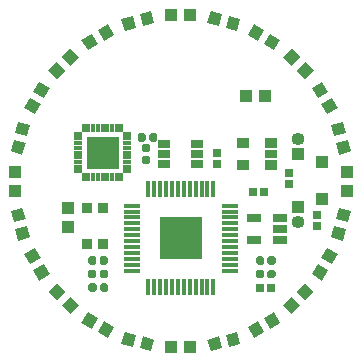
<source format=gbr>
%TF.GenerationSoftware,KiCad,Pcbnew,(5.1.6)-1*%
%TF.CreationDate,2023-04-02T22:45:57-07:00*%
%TF.ProjectId,Watch,57617463-682e-46b6-9963-61645f706362,rev?*%
%TF.SameCoordinates,Original*%
%TF.FileFunction,Soldermask,Top*%
%TF.FilePolarity,Negative*%
%FSLAX46Y46*%
G04 Gerber Fmt 4.6, Leading zero omitted, Abs format (unit mm)*
G04 Created by KiCad (PCBNEW (5.1.6)-1) date 2023-04-02 22:45:57*
%MOMM*%
%LPD*%
G01*
G04 APERTURE LIST*
%ADD10C,0.100000*%
%ADD11R,3.605200X3.605200*%
%ADD12R,0.379400X1.446200*%
%ADD13R,1.446200X0.379400*%
%ADD14R,0.990000X0.650000*%
%ADD15R,1.000000X1.050000*%
%ADD16R,1.050000X1.000000*%
%ADD17R,2.750000X2.750000*%
%ADD18R,0.650000X0.300000*%
%ADD19R,0.300000X0.650000*%
%ADD20R,0.900000X0.900000*%
%ADD21R,1.100000X0.900000*%
%ADD22R,1.100000X0.700000*%
%ADD23R,0.700000X0.720000*%
%ADD24R,0.720000X0.700000*%
%ADD25R,1.100000X1.100000*%
%ADD26O,1.100000X1.100000*%
%ADD27R,1.160000X0.750000*%
G04 APERTURE END LIST*
D10*
%TO.C,LED211*%
G36*
X149895430Y-102278281D02*
G01*
X149623670Y-101264058D01*
X150589596Y-101005239D01*
X150861356Y-102019462D01*
X149895430Y-102278281D01*
G37*
G36*
X148349948Y-102692391D02*
G01*
X148078188Y-101678168D01*
X149044114Y-101419349D01*
X149315874Y-102433572D01*
X148349948Y-102692391D01*
G37*
%TD*%
D11*
%TO.C,U101*%
X145830000Y-93091000D03*
D12*
X143080000Y-88912700D03*
X143579999Y-88912700D03*
X144080001Y-88912700D03*
X144580000Y-88912700D03*
X145079999Y-88912700D03*
X145580000Y-88912700D03*
X146080000Y-88912700D03*
X146580001Y-88912700D03*
X147080000Y-88912700D03*
X147579999Y-88912700D03*
X148080001Y-88912700D03*
X148580000Y-88912700D03*
D13*
X150008300Y-90341000D03*
X150008300Y-90840999D03*
X150008300Y-91341001D03*
X150008300Y-91841000D03*
X150008300Y-92340999D03*
X150008300Y-92841000D03*
X150008300Y-93341000D03*
X150008300Y-93841001D03*
X150008300Y-94341000D03*
X150008300Y-94840999D03*
X150008300Y-95341001D03*
X150008300Y-95841000D03*
D12*
X148580000Y-97269300D03*
X148080001Y-97269300D03*
X147579999Y-97269300D03*
X147080000Y-97269300D03*
X146580001Y-97269300D03*
X146080000Y-97269300D03*
X145580000Y-97269300D03*
X145079999Y-97269300D03*
X144580000Y-97269300D03*
X144080001Y-97269300D03*
X143579999Y-97269300D03*
X143080000Y-97269300D03*
D13*
X141651700Y-95841000D03*
X141651700Y-95341001D03*
X141651700Y-94840999D03*
X141651700Y-94341000D03*
X141651700Y-93841001D03*
X141651700Y-93341000D03*
X141651700Y-92841000D03*
X141651700Y-92340999D03*
X141651700Y-91841000D03*
X141651700Y-91341001D03*
X141651700Y-90840999D03*
X141651700Y-90341000D03*
%TD*%
D10*
%TO.C,LED223*%
G36*
X141764570Y-74251719D02*
G01*
X142036330Y-75265942D01*
X141070404Y-75524761D01*
X140798644Y-74510538D01*
X141764570Y-74251719D01*
G37*
G36*
X143310052Y-73837609D02*
G01*
X143581812Y-74851832D01*
X142615886Y-75110651D01*
X142344126Y-74096428D01*
X143310052Y-73837609D01*
G37*
%TD*%
D14*
%TO.C,LED225*%
X147225000Y-86829000D03*
X144435000Y-86829000D03*
X147225000Y-85979000D03*
X144435000Y-85979000D03*
X147225000Y-85129000D03*
X144435000Y-85129000D03*
%TD*%
D15*
%TO.C,LED224*%
X145030000Y-74202000D03*
X146630000Y-74202000D03*
%TD*%
D10*
%TO.C,LED222*%
G36*
X138276193Y-75781422D02*
G01*
X138801193Y-76690748D01*
X137935167Y-77190748D01*
X137410167Y-76281422D01*
X138276193Y-75781422D01*
G37*
G36*
X139661833Y-74981422D02*
G01*
X140186833Y-75890748D01*
X139320807Y-76390748D01*
X138795807Y-75481422D01*
X139661833Y-74981422D01*
G37*
%TD*%
%TO.C,LED221*%
G36*
X135302594Y-78161858D02*
G01*
X136045056Y-78904320D01*
X135337950Y-79611426D01*
X134595488Y-78868964D01*
X135302594Y-78161858D01*
G37*
G36*
X136433964Y-77030488D02*
G01*
X137176426Y-77772950D01*
X136469320Y-78480056D01*
X135726858Y-77737594D01*
X136433964Y-77030488D01*
G37*
%TD*%
%TO.C,LED220*%
G36*
X133046422Y-81230807D02*
G01*
X133955748Y-81755807D01*
X133455748Y-82621833D01*
X132546422Y-82096833D01*
X133046422Y-81230807D01*
G37*
G36*
X133846422Y-79845167D02*
G01*
X134755748Y-80370167D01*
X134255748Y-81236193D01*
X133346422Y-80711193D01*
X133846422Y-79845167D01*
G37*
%TD*%
%TO.C,LED219*%
G36*
X131661428Y-84779126D02*
G01*
X132675651Y-85050886D01*
X132416832Y-86016812D01*
X131402609Y-85745052D01*
X131661428Y-84779126D01*
G37*
G36*
X132075538Y-83233644D02*
G01*
X133089761Y-83505404D01*
X132830942Y-84471330D01*
X131816719Y-84199570D01*
X132075538Y-83233644D01*
G37*
%TD*%
D16*
%TO.C,LED218*%
X131767000Y-89065000D03*
X131767000Y-87465000D03*
%TD*%
D10*
%TO.C,LED217*%
G36*
X131816719Y-92330430D02*
G01*
X132830942Y-92058670D01*
X133089761Y-93024596D01*
X132075538Y-93296356D01*
X131816719Y-92330430D01*
G37*
G36*
X131402609Y-90784948D02*
G01*
X132416832Y-90513188D01*
X132675651Y-91479114D01*
X131661428Y-91750874D01*
X131402609Y-90784948D01*
G37*
%TD*%
%TO.C,LED216*%
G36*
X133346422Y-95818807D02*
G01*
X134255748Y-95293807D01*
X134755748Y-96159833D01*
X133846422Y-96684833D01*
X133346422Y-95818807D01*
G37*
G36*
X132546422Y-94433167D02*
G01*
X133455748Y-93908167D01*
X133955748Y-94774193D01*
X133046422Y-95299193D01*
X132546422Y-94433167D01*
G37*
%TD*%
%TO.C,LED215*%
G36*
X135726858Y-98792406D02*
G01*
X136469320Y-98049944D01*
X137176426Y-98757050D01*
X136433964Y-99499512D01*
X135726858Y-98792406D01*
G37*
G36*
X134595488Y-97661036D02*
G01*
X135337950Y-96918574D01*
X136045056Y-97625680D01*
X135302594Y-98368142D01*
X134595488Y-97661036D01*
G37*
%TD*%
%TO.C,LED214*%
G36*
X138795807Y-101048578D02*
G01*
X139320807Y-100139252D01*
X140186833Y-100639252D01*
X139661833Y-101548578D01*
X138795807Y-101048578D01*
G37*
G36*
X137410167Y-100248578D02*
G01*
X137935167Y-99339252D01*
X138801193Y-99839252D01*
X138276193Y-100748578D01*
X137410167Y-100248578D01*
G37*
%TD*%
%TO.C,LED213*%
G36*
X142344126Y-102433572D02*
G01*
X142615886Y-101419349D01*
X143581812Y-101678168D01*
X143310052Y-102692391D01*
X142344126Y-102433572D01*
G37*
G36*
X140798644Y-102019462D02*
G01*
X141070404Y-101005239D01*
X142036330Y-101264058D01*
X141764570Y-102278281D01*
X140798644Y-102019462D01*
G37*
%TD*%
D15*
%TO.C,LED212*%
X146630000Y-102328000D03*
X145030000Y-102328000D03*
%TD*%
D10*
%TO.C,LED210*%
G36*
X153383807Y-100748578D02*
G01*
X152858807Y-99839252D01*
X153724833Y-99339252D01*
X154249833Y-100248578D01*
X153383807Y-100748578D01*
G37*
G36*
X151998167Y-101548578D02*
G01*
X151473167Y-100639252D01*
X152339193Y-100139252D01*
X152864193Y-101048578D01*
X151998167Y-101548578D01*
G37*
%TD*%
%TO.C,LED209*%
G36*
X156357406Y-98368142D02*
G01*
X155614944Y-97625680D01*
X156322050Y-96918574D01*
X157064512Y-97661036D01*
X156357406Y-98368142D01*
G37*
G36*
X155226036Y-99499512D02*
G01*
X154483574Y-98757050D01*
X155190680Y-98049944D01*
X155933142Y-98792406D01*
X155226036Y-99499512D01*
G37*
%TD*%
%TO.C,LED208*%
G36*
X158613578Y-95299193D02*
G01*
X157704252Y-94774193D01*
X158204252Y-93908167D01*
X159113578Y-94433167D01*
X158613578Y-95299193D01*
G37*
G36*
X157813578Y-96684833D02*
G01*
X156904252Y-96159833D01*
X157404252Y-95293807D01*
X158313578Y-95818807D01*
X157813578Y-96684833D01*
G37*
%TD*%
%TO.C,LED207*%
G36*
X159998572Y-91750874D02*
G01*
X158984349Y-91479114D01*
X159243168Y-90513188D01*
X160257391Y-90784948D01*
X159998572Y-91750874D01*
G37*
G36*
X159584462Y-93296356D02*
G01*
X158570239Y-93024596D01*
X158829058Y-92058670D01*
X159843281Y-92330430D01*
X159584462Y-93296356D01*
G37*
%TD*%
D16*
%TO.C,LED206*%
X159893000Y-87465000D03*
X159893000Y-89065000D03*
%TD*%
D10*
%TO.C,LED205*%
G36*
X159843281Y-84199570D02*
G01*
X158829058Y-84471330D01*
X158570239Y-83505404D01*
X159584462Y-83233644D01*
X159843281Y-84199570D01*
G37*
G36*
X160257391Y-85745052D02*
G01*
X159243168Y-86016812D01*
X158984349Y-85050886D01*
X159998572Y-84779126D01*
X160257391Y-85745052D01*
G37*
%TD*%
%TO.C,LED204*%
G36*
X158313578Y-80711193D02*
G01*
X157404252Y-81236193D01*
X156904252Y-80370167D01*
X157813578Y-79845167D01*
X158313578Y-80711193D01*
G37*
G36*
X159113578Y-82096833D02*
G01*
X158204252Y-82621833D01*
X157704252Y-81755807D01*
X158613578Y-81230807D01*
X159113578Y-82096833D01*
G37*
%TD*%
%TO.C,LED203*%
G36*
X155933142Y-77737594D02*
G01*
X155190680Y-78480056D01*
X154483574Y-77772950D01*
X155226036Y-77030488D01*
X155933142Y-77737594D01*
G37*
G36*
X157064512Y-78868964D02*
G01*
X156322050Y-79611426D01*
X155614944Y-78904320D01*
X156357406Y-78161858D01*
X157064512Y-78868964D01*
G37*
%TD*%
%TO.C,LED202*%
G36*
X152864193Y-75481422D02*
G01*
X152339193Y-76390748D01*
X151473167Y-75890748D01*
X151998167Y-74981422D01*
X152864193Y-75481422D01*
G37*
G36*
X154249833Y-76281422D02*
G01*
X153724833Y-77190748D01*
X152858807Y-76690748D01*
X153383807Y-75781422D01*
X154249833Y-76281422D01*
G37*
%TD*%
%TO.C,LED201*%
G36*
X149315874Y-74096428D02*
G01*
X149044114Y-75110651D01*
X148078188Y-74851832D01*
X148349948Y-73837609D01*
X149315874Y-74096428D01*
G37*
G36*
X150861356Y-74510538D02*
G01*
X150589596Y-75524761D01*
X149623670Y-75265942D01*
X149895430Y-74251719D01*
X150861356Y-74510538D01*
G37*
%TD*%
D16*
%TO.C,LED102*%
X136271000Y-90513000D03*
X136271000Y-92113000D03*
%TD*%
D15*
%TO.C,LED101*%
X152908000Y-81026000D03*
X151308000Y-81026000D03*
%TD*%
D17*
%TO.C,IC201*%
X139192000Y-85852000D03*
D18*
X141292000Y-84252000D03*
X141292000Y-84652000D03*
X141292000Y-85052000D03*
X141292000Y-85452000D03*
X141292000Y-85852000D03*
X141292000Y-86252000D03*
X141292000Y-86652000D03*
X141292000Y-87052000D03*
X141292000Y-87452000D03*
D19*
X140792000Y-87952000D03*
X140392000Y-87952000D03*
X139992000Y-87952000D03*
X139592000Y-87952000D03*
X139192000Y-87952000D03*
X138792000Y-87952000D03*
X138392000Y-87952000D03*
X137992000Y-87952000D03*
X137592000Y-87952000D03*
D18*
X137092000Y-87452000D03*
X137092000Y-87052000D03*
X137092000Y-86652000D03*
X137092000Y-86252000D03*
X137092000Y-85852000D03*
X137092000Y-85452000D03*
X137092000Y-85052000D03*
X137092000Y-84652000D03*
X137092000Y-84252000D03*
D19*
X137592000Y-83752000D03*
X137992000Y-83752000D03*
X138392000Y-83752000D03*
X138792000Y-83752000D03*
X139192000Y-83752000D03*
X139592000Y-83752000D03*
X139992000Y-83752000D03*
X140392000Y-83752000D03*
X140792000Y-83752000D03*
%TD*%
D20*
%TO.C,IC103*%
X139207000Y-93625000D03*
X137907000Y-93625000D03*
X137907000Y-90525000D03*
X139207000Y-90525000D03*
%TD*%
D21*
%TO.C,IC101*%
X151073000Y-86929000D03*
X151073000Y-85029000D03*
X153473000Y-85029000D03*
D22*
X153473000Y-85979000D03*
D21*
X153473000Y-86929000D03*
%TD*%
D23*
%TO.C,C107*%
X152552000Y-97282000D03*
X153472000Y-97282000D03*
%TD*%
D24*
%TO.C,C104*%
X148844000Y-86820000D03*
X148844000Y-85900000D03*
%TD*%
%TO.C,C103*%
X154940000Y-88471000D03*
X154940000Y-87551000D03*
%TD*%
%TO.C,C102*%
X157353000Y-91155000D03*
X157353000Y-92075000D03*
%TD*%
D23*
%TO.C,C101*%
X152860000Y-89154000D03*
X151940000Y-89154000D03*
%TD*%
%TO.C,R204*%
G36*
G01*
X143072500Y-85839000D02*
X142677500Y-85839000D01*
G75*
G02*
X142505000Y-85666500I0J172500D01*
G01*
X142505000Y-85321500D01*
G75*
G02*
X142677500Y-85149000I172500J0D01*
G01*
X143072500Y-85149000D01*
G75*
G02*
X143245000Y-85321500I0J-172500D01*
G01*
X143245000Y-85666500D01*
G75*
G02*
X143072500Y-85839000I-172500J0D01*
G01*
G37*
G36*
G01*
X143072500Y-86809000D02*
X142677500Y-86809000D01*
G75*
G02*
X142505000Y-86636500I0J172500D01*
G01*
X142505000Y-86291500D01*
G75*
G02*
X142677500Y-86119000I172500J0D01*
G01*
X143072500Y-86119000D01*
G75*
G02*
X143245000Y-86291500I0J-172500D01*
G01*
X143245000Y-86636500D01*
G75*
G02*
X143072500Y-86809000I-172500J0D01*
G01*
G37*
%TD*%
%TO.C,R114*%
G36*
G01*
X138974000Y-97479500D02*
X138974000Y-97084500D01*
G75*
G02*
X139146500Y-96912000I172500J0D01*
G01*
X139491500Y-96912000D01*
G75*
G02*
X139664000Y-97084500I0J-172500D01*
G01*
X139664000Y-97479500D01*
G75*
G02*
X139491500Y-97652000I-172500J0D01*
G01*
X139146500Y-97652000D01*
G75*
G02*
X138974000Y-97479500I0J172500D01*
G01*
G37*
G36*
G01*
X138004000Y-97479500D02*
X138004000Y-97084500D01*
G75*
G02*
X138176500Y-96912000I172500J0D01*
G01*
X138521500Y-96912000D01*
G75*
G02*
X138694000Y-97084500I0J-172500D01*
G01*
X138694000Y-97479500D01*
G75*
G02*
X138521500Y-97652000I-172500J0D01*
G01*
X138176500Y-97652000D01*
G75*
G02*
X138004000Y-97479500I0J172500D01*
G01*
G37*
%TD*%
%TO.C,R113*%
G36*
G01*
X138671000Y-95941500D02*
X138671000Y-96336500D01*
G75*
G02*
X138498500Y-96509000I-172500J0D01*
G01*
X138153500Y-96509000D01*
G75*
G02*
X137981000Y-96336500I0J172500D01*
G01*
X137981000Y-95941500D01*
G75*
G02*
X138153500Y-95769000I172500J0D01*
G01*
X138498500Y-95769000D01*
G75*
G02*
X138671000Y-95941500I0J-172500D01*
G01*
G37*
G36*
G01*
X139641000Y-95941500D02*
X139641000Y-96336500D01*
G75*
G02*
X139468500Y-96509000I-172500J0D01*
G01*
X139123500Y-96509000D01*
G75*
G02*
X138951000Y-96336500I0J172500D01*
G01*
X138951000Y-95941500D01*
G75*
G02*
X139123500Y-95769000I172500J0D01*
G01*
X139468500Y-95769000D01*
G75*
G02*
X139641000Y-95941500I0J-172500D01*
G01*
G37*
%TD*%
%TO.C,R106*%
G36*
G01*
X138951000Y-95193500D02*
X138951000Y-94798500D01*
G75*
G02*
X139123500Y-94626000I172500J0D01*
G01*
X139468500Y-94626000D01*
G75*
G02*
X139641000Y-94798500I0J-172500D01*
G01*
X139641000Y-95193500D01*
G75*
G02*
X139468500Y-95366000I-172500J0D01*
G01*
X139123500Y-95366000D01*
G75*
G02*
X138951000Y-95193500I0J172500D01*
G01*
G37*
G36*
G01*
X137981000Y-95193500D02*
X137981000Y-94798500D01*
G75*
G02*
X138153500Y-94626000I172500J0D01*
G01*
X138498500Y-94626000D01*
G75*
G02*
X138671000Y-94798500I0J-172500D01*
G01*
X138671000Y-95193500D01*
G75*
G02*
X138498500Y-95366000I-172500J0D01*
G01*
X138153500Y-95366000D01*
G75*
G02*
X137981000Y-95193500I0J172500D01*
G01*
G37*
%TD*%
%TO.C,R103*%
G36*
G01*
X142862000Y-84384500D02*
X142862000Y-84779500D01*
G75*
G02*
X142689500Y-84952000I-172500J0D01*
G01*
X142344500Y-84952000D01*
G75*
G02*
X142172000Y-84779500I0J172500D01*
G01*
X142172000Y-84384500D01*
G75*
G02*
X142344500Y-84212000I172500J0D01*
G01*
X142689500Y-84212000D01*
G75*
G02*
X142862000Y-84384500I0J-172500D01*
G01*
G37*
G36*
G01*
X143832000Y-84384500D02*
X143832000Y-84779500D01*
G75*
G02*
X143659500Y-84952000I-172500J0D01*
G01*
X143314500Y-84952000D01*
G75*
G02*
X143142000Y-84779500I0J172500D01*
G01*
X143142000Y-84384500D01*
G75*
G02*
X143314500Y-84212000I172500J0D01*
G01*
X143659500Y-84212000D01*
G75*
G02*
X143832000Y-84384500I0J-172500D01*
G01*
G37*
%TD*%
%TO.C,R102*%
G36*
G01*
X153152000Y-95193500D02*
X153152000Y-94798500D01*
G75*
G02*
X153324500Y-94626000I172500J0D01*
G01*
X153669500Y-94626000D01*
G75*
G02*
X153842000Y-94798500I0J-172500D01*
G01*
X153842000Y-95193500D01*
G75*
G02*
X153669500Y-95366000I-172500J0D01*
G01*
X153324500Y-95366000D01*
G75*
G02*
X153152000Y-95193500I0J172500D01*
G01*
G37*
G36*
G01*
X152182000Y-95193500D02*
X152182000Y-94798500D01*
G75*
G02*
X152354500Y-94626000I172500J0D01*
G01*
X152699500Y-94626000D01*
G75*
G02*
X152872000Y-94798500I0J-172500D01*
G01*
X152872000Y-95193500D01*
G75*
G02*
X152699500Y-95366000I-172500J0D01*
G01*
X152354500Y-95366000D01*
G75*
G02*
X152182000Y-95193500I0J172500D01*
G01*
G37*
%TD*%
%TO.C,R101*%
G36*
G01*
X153152000Y-96336500D02*
X153152000Y-95941500D01*
G75*
G02*
X153324500Y-95769000I172500J0D01*
G01*
X153669500Y-95769000D01*
G75*
G02*
X153842000Y-95941500I0J-172500D01*
G01*
X153842000Y-96336500D01*
G75*
G02*
X153669500Y-96509000I-172500J0D01*
G01*
X153324500Y-96509000D01*
G75*
G02*
X153152000Y-96336500I0J172500D01*
G01*
G37*
G36*
G01*
X152182000Y-96336500D02*
X152182000Y-95941500D01*
G75*
G02*
X152354500Y-95769000I172500J0D01*
G01*
X152699500Y-95769000D01*
G75*
G02*
X152872000Y-95941500I0J-172500D01*
G01*
X152872000Y-96336500D01*
G75*
G02*
X152699500Y-96509000I-172500J0D01*
G01*
X152354500Y-96509000D01*
G75*
G02*
X152182000Y-96336500I0J172500D01*
G01*
G37*
%TD*%
D25*
%TO.C,J103*%
X157734000Y-86614000D03*
%TD*%
%TO.C,J102*%
X157734000Y-89789000D03*
%TD*%
D26*
%TO.C,J105*%
X155702000Y-84709000D03*
D25*
X155702000Y-85979000D03*
%TD*%
D26*
%TO.C,J101*%
X155702000Y-91694000D03*
D25*
X155702000Y-90424000D03*
%TD*%
D27*
%TO.C,U102*%
X151978000Y-93279000D03*
X151978000Y-91379000D03*
X154178000Y-91379000D03*
X154178000Y-92329000D03*
X154178000Y-93279000D03*
%TD*%
M02*

</source>
